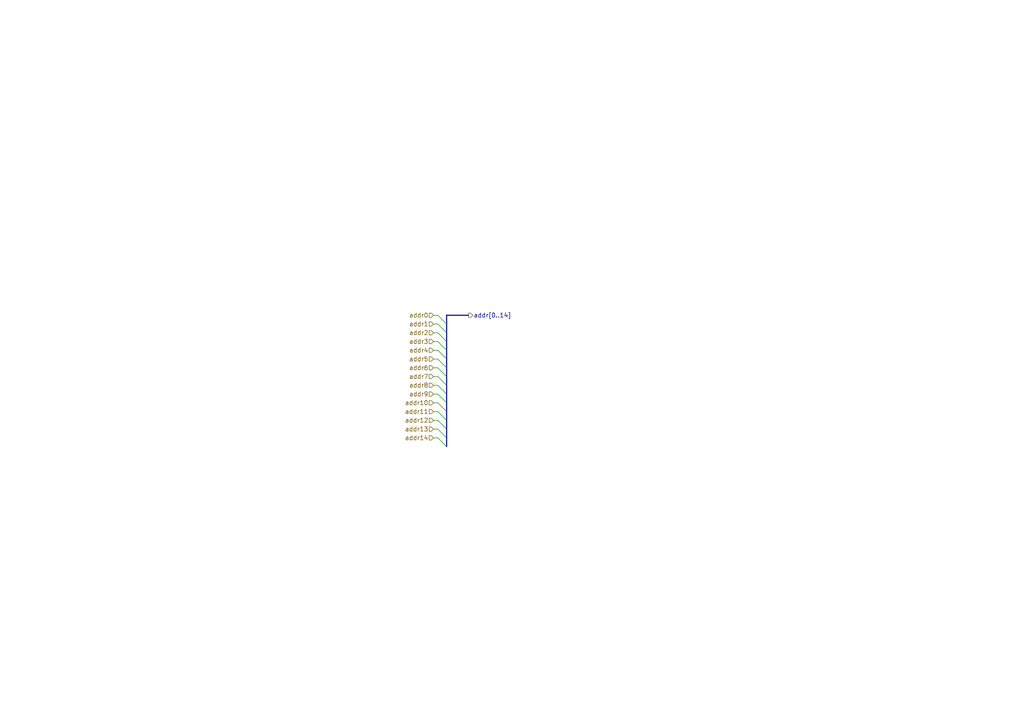
<source format=kicad_sch>
(kicad_sch
	(version 20250114)
	(generator "eeschema")
	(generator_version "9.0")
	(uuid "303dc984-4a4f-4204-ad9a-5754a316046d")
	(paper "A4")
	(lib_symbols)
	(bus_entry
		(at 127 109.22)
		(size 2.54 2.54)
		(stroke
			(width 0)
			(type default)
		)
		(uuid "00dfb09c-f665-4a41-bf9c-c1dfd11137f7")
	)
	(bus_entry
		(at 127 124.46)
		(size 2.54 2.54)
		(stroke
			(width 0)
			(type default)
		)
		(uuid "0258346d-b300-41e4-8e9e-9874792080c5")
	)
	(bus_entry
		(at 127 101.6)
		(size 2.54 2.54)
		(stroke
			(width 0)
			(type default)
		)
		(uuid "0d3e2c26-4b44-4ae9-9f5d-93959583a1d6")
	)
	(bus_entry
		(at 127 93.98)
		(size 2.54 2.54)
		(stroke
			(width 0)
			(type default)
		)
		(uuid "197e912c-fdbf-42ef-9d09-12df3c0c6546")
	)
	(bus_entry
		(at 127 114.3)
		(size 2.54 2.54)
		(stroke
			(width 0)
			(type default)
		)
		(uuid "26f0b9e8-d234-4547-81e9-265e327b8c51")
	)
	(bus_entry
		(at 127 99.06)
		(size 2.54 2.54)
		(stroke
			(width 0)
			(type default)
		)
		(uuid "2e9e25d4-d730-4710-87e7-524bcc4970c4")
	)
	(bus_entry
		(at 127 106.68)
		(size 2.54 2.54)
		(stroke
			(width 0)
			(type default)
		)
		(uuid "439058ea-e062-49e6-9ad7-52c0124d0cb5")
	)
	(bus_entry
		(at 127 119.38)
		(size 2.54 2.54)
		(stroke
			(width 0)
			(type default)
		)
		(uuid "5b5fcadd-5465-416c-b6f4-d7423b4710ec")
	)
	(bus_entry
		(at 127 111.76)
		(size 2.54 2.54)
		(stroke
			(width 0)
			(type default)
		)
		(uuid "5f6a12c8-2ce1-4a77-9926-f17d16735d23")
	)
	(bus_entry
		(at 127 91.44)
		(size 2.54 2.54)
		(stroke
			(width 0)
			(type default)
		)
		(uuid "71429546-6629-4765-a591-c47ffa4f1467")
	)
	(bus_entry
		(at 127 96.52)
		(size 2.54 2.54)
		(stroke
			(width 0)
			(type default)
		)
		(uuid "9347f487-7254-41fb-8e8d-4c3120357ce5")
	)
	(bus_entry
		(at 127 104.14)
		(size 2.54 2.54)
		(stroke
			(width 0)
			(type default)
		)
		(uuid "ad787f28-6c5c-4e44-87a1-4890a1f9fb8a")
	)
	(bus_entry
		(at 127 127)
		(size 2.54 2.54)
		(stroke
			(width 0)
			(type default)
		)
		(uuid "b341dbc5-e835-4883-b198-c5abd83c4a03")
	)
	(bus_entry
		(at 127 116.84)
		(size 2.54 2.54)
		(stroke
			(width 0)
			(type default)
		)
		(uuid "e1050058-e1e9-474b-a7d2-a6619cab3388")
	)
	(bus_entry
		(at 127 121.92)
		(size 2.54 2.54)
		(stroke
			(width 0)
			(type default)
		)
		(uuid "f8dd2070-eb0f-4944-ba82-f0414755154e")
	)
	(wire
		(pts
			(xy 125.73 106.68) (xy 127 106.68)
		)
		(stroke
			(width 0)
			(type default)
		)
		(uuid "25c8745e-145a-4061-80bf-4051b09be24b")
	)
	(wire
		(pts
			(xy 125.73 124.46) (xy 127 124.46)
		)
		(stroke
			(width 0)
			(type default)
		)
		(uuid "27d4ab8b-e2b3-4af6-95d5-64ef227b4f28")
	)
	(wire
		(pts
			(xy 125.73 104.14) (xy 127 104.14)
		)
		(stroke
			(width 0)
			(type default)
		)
		(uuid "29bc0127-fc9e-4a1a-9d8b-b2fbb49f19f2")
	)
	(wire
		(pts
			(xy 125.73 114.3) (xy 127 114.3)
		)
		(stroke
			(width 0)
			(type default)
		)
		(uuid "2b3b2f29-4066-41b8-a1b4-ec7255e9e024")
	)
	(bus
		(pts
			(xy 129.54 111.76) (xy 129.54 114.3)
		)
		(stroke
			(width 0)
			(type default)
		)
		(uuid "2e36b0e8-9c94-429f-8db6-94440c700092")
	)
	(bus
		(pts
			(xy 129.54 121.92) (xy 129.54 124.46)
		)
		(stroke
			(width 0)
			(type default)
		)
		(uuid "3082aa5a-6d2a-4a59-a606-fa201cfaf332")
	)
	(wire
		(pts
			(xy 125.73 116.84) (xy 127 116.84)
		)
		(stroke
			(width 0)
			(type default)
		)
		(uuid "334f3943-4282-44b5-8e15-1e31a9e74429")
	)
	(bus
		(pts
			(xy 129.54 91.44) (xy 129.54 93.98)
		)
		(stroke
			(width 0)
			(type default)
		)
		(uuid "381e2158-0f60-406a-875a-0db9a12e7b70")
	)
	(wire
		(pts
			(xy 125.73 93.98) (xy 127 93.98)
		)
		(stroke
			(width 0)
			(type default)
		)
		(uuid "394dacf4-aba3-4b8d-8489-d8c8da54981c")
	)
	(bus
		(pts
			(xy 129.54 119.38) (xy 129.54 121.92)
		)
		(stroke
			(width 0)
			(type default)
		)
		(uuid "49472da2-25e9-4ccc-89c5-38e0e3e30374")
	)
	(bus
		(pts
			(xy 129.54 93.98) (xy 129.54 96.52)
		)
		(stroke
			(width 0)
			(type default)
		)
		(uuid "5846370e-146b-422b-b1f2-4aaf2a3fd90f")
	)
	(bus
		(pts
			(xy 129.54 99.06) (xy 129.54 101.6)
		)
		(stroke
			(width 0)
			(type default)
		)
		(uuid "6c20f63b-09ba-4c5d-8e9c-b001305b82ad")
	)
	(wire
		(pts
			(xy 125.73 96.52) (xy 127 96.52)
		)
		(stroke
			(width 0)
			(type default)
		)
		(uuid "6c325659-5fe7-467d-8d6a-d3ecca743611")
	)
	(wire
		(pts
			(xy 125.73 127) (xy 127 127)
		)
		(stroke
			(width 0)
			(type default)
		)
		(uuid "6da09e80-adbc-47b9-8d2f-13af5513bed7")
	)
	(bus
		(pts
			(xy 129.54 101.6) (xy 129.54 104.14)
		)
		(stroke
			(width 0)
			(type default)
		)
		(uuid "7ded8d1d-a2a7-4b28-802c-3f4e9851e285")
	)
	(bus
		(pts
			(xy 129.54 106.68) (xy 129.54 109.22)
		)
		(stroke
			(width 0)
			(type default)
		)
		(uuid "7fdfd122-ca36-45c2-951d-c95ca681179d")
	)
	(bus
		(pts
			(xy 129.54 116.84) (xy 129.54 119.38)
		)
		(stroke
			(width 0)
			(type default)
		)
		(uuid "8c8b8806-9889-4c76-9f09-70d8a8464d88")
	)
	(bus
		(pts
			(xy 135.89 91.44) (xy 129.54 91.44)
		)
		(stroke
			(width 0)
			(type default)
		)
		(uuid "9704e845-07f0-41ea-afd3-02109dd5e30d")
	)
	(bus
		(pts
			(xy 129.54 104.14) (xy 129.54 106.68)
		)
		(stroke
			(width 0)
			(type default)
		)
		(uuid "98ad9775-b6c0-4757-b8dc-a925938df43b")
	)
	(bus
		(pts
			(xy 129.54 127) (xy 129.54 129.54)
		)
		(stroke
			(width 0)
			(type default)
		)
		(uuid "9c578406-61e0-477b-ac3d-30c928616b47")
	)
	(wire
		(pts
			(xy 125.73 121.92) (xy 127 121.92)
		)
		(stroke
			(width 0)
			(type default)
		)
		(uuid "a3583b8f-bae0-46c4-a6c7-de65a06e37cf")
	)
	(wire
		(pts
			(xy 125.73 109.22) (xy 127 109.22)
		)
		(stroke
			(width 0)
			(type default)
		)
		(uuid "a7ebeba3-2fc0-4aee-ae79-16136e3785e6")
	)
	(wire
		(pts
			(xy 125.73 119.38) (xy 127 119.38)
		)
		(stroke
			(width 0)
			(type default)
		)
		(uuid "c4af9da5-d3ba-4be1-a828-2fa221ef88c5")
	)
	(bus
		(pts
			(xy 129.54 109.22) (xy 129.54 111.76)
		)
		(stroke
			(width 0)
			(type default)
		)
		(uuid "c84bb362-9e06-4365-9519-30816fa9f085")
	)
	(bus
		(pts
			(xy 129.54 96.52) (xy 129.54 99.06)
		)
		(stroke
			(width 0)
			(type default)
		)
		(uuid "cee868ea-25b8-434a-b6c3-a1e857d0fc8a")
	)
	(bus
		(pts
			(xy 129.54 114.3) (xy 129.54 116.84)
		)
		(stroke
			(width 0)
			(type default)
		)
		(uuid "f12de333-7c8c-4976-96ea-8fa42a7b8299")
	)
	(wire
		(pts
			(xy 125.73 99.06) (xy 127 99.06)
		)
		(stroke
			(width 0)
			(type default)
		)
		(uuid "f363221b-dee9-484c-ae04-ebb75a31f70d")
	)
	(bus
		(pts
			(xy 129.54 124.46) (xy 129.54 127)
		)
		(stroke
			(width 0)
			(type default)
		)
		(uuid "f652ac98-d6ed-4d6d-a025-14801548d16b")
	)
	(wire
		(pts
			(xy 125.73 101.6) (xy 127 101.6)
		)
		(stroke
			(width 0)
			(type default)
		)
		(uuid "f6ccedb4-86bd-4830-91d1-63a56c92bc73")
	)
	(wire
		(pts
			(xy 125.73 91.44) (xy 127 91.44)
		)
		(stroke
			(width 0)
			(type default)
		)
		(uuid "f937357f-82dd-4867-b0aa-0e1165f73be0")
	)
	(wire
		(pts
			(xy 125.73 111.76) (xy 127 111.76)
		)
		(stroke
			(width 0)
			(type default)
		)
		(uuid "fec5a0d7-7285-4b26-8dab-618cd182e475")
	)
	(hierarchical_label "addr3"
		(shape input)
		(at 125.73 99.06 180)
		(effects
			(font
				(size 1.27 1.27)
			)
			(justify right)
		)
		(uuid "23e43928-90ca-4acf-b78e-6c8b7b6584c8")
	)
	(hierarchical_label "addr[0..14]"
		(shape output)
		(at 135.89 91.44 0)
		(effects
			(font
				(size 1.27 1.27)
			)
			(justify left)
		)
		(uuid "2d108ca7-6fd8-47ec-8c93-a89b2a237eba")
	)
	(hierarchical_label "addr4"
		(shape input)
		(at 125.73 101.6 180)
		(effects
			(font
				(size 1.27 1.27)
			)
			(justify right)
		)
		(uuid "4d543cab-f435-4132-a3dc-a23ef7d4701a")
	)
	(hierarchical_label "addr11"
		(shape input)
		(at 125.73 119.38 180)
		(effects
			(font
				(size 1.27 1.27)
			)
			(justify right)
		)
		(uuid "6061c7a5-99e5-41ca-82c3-ecda2d7ef340")
	)
	(hierarchical_label "addr0"
		(shape input)
		(at 125.73 91.44 180)
		(effects
			(font
				(size 1.27 1.27)
			)
			(justify right)
		)
		(uuid "69d6ac99-6ed6-4f61-8296-a08891da68f6")
	)
	(hierarchical_label "addr1"
		(shape input)
		(at 125.73 93.98 180)
		(effects
			(font
				(size 1.27 1.27)
			)
			(justify right)
		)
		(uuid "7a04bae3-b2b1-4830-a7d2-c088d2f9d474")
	)
	(hierarchical_label "addr14"
		(shape input)
		(at 125.73 127 180)
		(effects
			(font
				(size 1.27 1.27)
			)
			(justify right)
		)
		(uuid "7a5fcead-ae3d-4f00-9272-ffee31f24bd5")
	)
	(hierarchical_label "addr6"
		(shape input)
		(at 125.73 106.68 180)
		(effects
			(font
				(size 1.27 1.27)
			)
			(justify right)
		)
		(uuid "82027571-0073-4432-bedc-86d658a6cbd0")
	)
	(hierarchical_label "addr9"
		(shape input)
		(at 125.73 114.3 180)
		(effects
			(font
				(size 1.27 1.27)
			)
			(justify right)
		)
		(uuid "aaa485fc-9008-4e35-9e78-fc2e85b377f3")
	)
	(hierarchical_label "addr7"
		(shape input)
		(at 125.73 109.22 180)
		(effects
			(font
				(size 1.27 1.27)
			)
			(justify right)
		)
		(uuid "ab1c3b71-b108-4c71-9ace-8368d0bf0e2d")
	)
	(hierarchical_label "addr10"
		(shape input)
		(at 125.73 116.84 180)
		(effects
			(font
				(size 1.27 1.27)
			)
			(justify right)
		)
		(uuid "aeab8080-a79f-4fde-9d2d-e6151dc4e8d4")
	)
	(hierarchical_label "addr8"
		(shape input)
		(at 125.73 111.76 180)
		(effects
			(font
				(size 1.27 1.27)
			)
			(justify right)
		)
		(uuid "afe4363d-cc44-4c1f-bf5f-486ba9a66b81")
	)
	(hierarchical_label "addr12"
		(shape input)
		(at 125.73 121.92 180)
		(effects
			(font
				(size 1.27 1.27)
			)
			(justify right)
		)
		(uuid "b3b5a6e8-3790-4e38-8cc6-83ff3b963af7")
	)
	(hierarchical_label "addr13"
		(shape input)
		(at 125.73 124.46 180)
		(effects
			(font
				(size 1.27 1.27)
			)
			(justify right)
		)
		(uuid "bd25cbc6-6a94-4c59-a6b7-d37a1b9d79c2")
	)
	(hierarchical_label "addr2"
		(shape input)
		(at 125.73 96.52 180)
		(effects
			(font
				(size 1.27 1.27)
			)
			(justify right)
		)
		(uuid "d441dc5a-333c-45dd-a89b-ecbc78469f6d")
	)
	(hierarchical_label "addr5"
		(shape input)
		(at 125.73 104.14 180)
		(effects
			(font
				(size 1.27 1.27)
			)
			(justify right)
		)
		(uuid "e0c72685-f334-438e-8c9e-3393b0eec410")
	)
)

</source>
